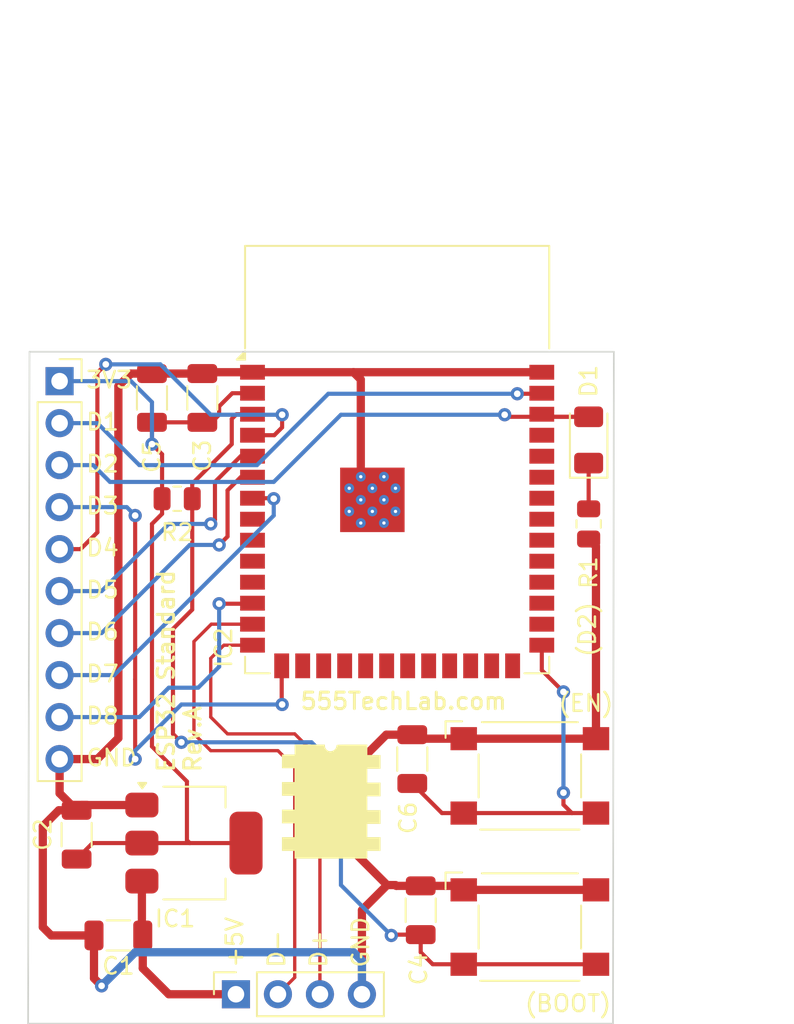
<source format=kicad_pcb>
(kicad_pcb (version 20240108) (generator "pcbnew") (generator_version "8.0")
  (layers (0 "F.Cu" signal) (31 "B.Cu" signal) (34 "B.Paste" user) (35 "F.Paste" user) (36 "B.SilkS" user "B.Silkscreen") (37 "F.SilkS" user "F.Silkscreen") (38 "B.Mask" user) (39 "F.Mask" user) (44 "Edge.Cuts" user))
  (net 0 "")
  (net 1 "+3V3")
  (net 2 "EN")
  (net 3 "USB_N")
  (net 4 "USB_P")
  (net 5 "GND")
  (net 6 "+5V")
  (net 7 "Net-(D1-K)")
  (net 14 "BOOT")
  (net 26 "D6")
  (net 35 "D2")
  (net 36 "D7")
  (net 37 "D5")
  (net 38 "D4")
  (net 39 "D1")
  (net 40 "D3")
  (net 41 "D8")
  (footprint "LOGO" (layer "F.Cu") (at 152.019 118.745)
    (property "Reference" "G***" (hide yes))
    (property "Value" "LOGO" (hide yes))
    (fp_poly (pts (xy -0.333334 -3.702558) (xy -0.309774 -3.605825) (xy -0.250044 -3.506181) (xy -0.247037 -3.502558) (xy -0.142002 -3.422711) (xy -0.017975 -3.394374) (xy 0.109783 -3.411864) (xy 0.226012 -3.469498) (xy 0.31545 -3.56159) (xy 0.362838 -3.682457) (xy 0.366666 -3.731142) (xy 0.36833 -3.751314) (xy 0.37817 -3.767103) (xy 0.403458 -3.779047) (xy 0.451465 -3.787682) (xy 0.529464 -3.793545) (xy 0.644727 -3.797171) (xy 0.804525 -3.799098) (xy 1.016131 -3.799863) (xy 1.286817 -3.8) (xy 1.3 -3.8) (xy 2.233333 -3.8) (xy 2.233333 -3.483334) (xy 2.233333 -3.166667) (xy 2.633333 -3.166667) (xy 3.033333 -3.166667) (xy 3.033333 -2.75) (xy 3.033333 -2.333334) (xy 2.633333 -2.333334) (xy 2.233333 -2.333334) (xy 2.233333 -1.916667) (xy 2.233333 -1.5) (xy 2.633333 -1.5) (xy 3.033333 -1.5) (xy 3.033333 -1.083334) (xy 3.033333 -0.666667) (xy 2.633333 -0.666667) (xy 2.233333 -0.666667) (xy 2.233333 -0.25) (xy 2.233333 0.166666) (xy 2.633333 0.166666) (xy 3.033333 0.166666) (xy 3.033333 0.583333) (xy 3.033333 1) (xy 2.633333 1) (xy 2.233333 1) (xy 2.233333 1.4) (xy 2.233333 1.8) (xy 2.633333 1.8) (xy 3.033333 1.8) (xy 3.033333 2.216666) (xy 3.033333 2.633333) (xy 2.633333 2.633333) (xy 2.233333 2.633333) (xy 2.233333 2.866666) (xy 2.233333 3.1) (xy 0.033333 3.1) (xy -2.166667 3.1) (xy -2.166667 2.866666) (xy -2.166667 2.633333) (xy -2.55 2.633333) (xy -2.933334 2.633333) (xy -2.933334 2.216666) (xy -2.933334 1.8) (xy -2.55 1.8) (xy -2.166667 1.8) (xy -2.166667 1.383333) (xy -2.166667 0.966666) (xy -2.55 0.966666) (xy -2.933334 0.966666) (xy -2.933334 0.55) (xy -2.933334 0.133333) (xy -2.55 0.133333) (xy -2.166667 0.133333) (xy -2.166667 -0.283334) (xy -2.166667 -0.7) (xy -2.55 -0.7) (xy -2.933334 -0.7) (xy -2.933334 -1.116667) (xy -2.933334 -1.533334) (xy -2.55 -1.533334) (xy -2.166667 -1.533334) (xy -2.166667 -1.95) (xy -2.166667 -2.366667) (xy -2.55 -2.366667) (xy -2.933334 -2.366667) (xy -2.933334 -2.783334) (xy -2.933334 -3.2) (xy -2.55 -3.2) (xy -2.166667 -3.2) (xy -2.166667 -3.5) (xy -2.166667 -3.8) (xy -1.25 -3.8) (xy -0.333334 -3.8)) (fill solid) (layer "F.SilkS"))
  )
  (footprint "Package_TO_SOT_SMD:SOT-223-3_TabPin2" (layer "F.Cu") (at 143.764 120.904)
    (property "Reference" "IC1" (at -1.143 4.572 0) (layer "F.SilkS"))
    (property "Value" "AMS1117-3.3" (hide yes))
    (fp_line (start -1.85 -3.41) (end 1.91 -3.41) (stroke (width 0.12)) (layer "F.SilkS"))
    (fp_line (start -1.85 3.41) (end 1.91 3.41) (stroke (width 0.12)) (layer "F.SilkS"))
    (fp_line (start 1.91 -3.41) (end 1.91 -2.15) (stroke (width 0.12)) (layer "F.SilkS"))
    (fp_line (start 1.91 3.41) (end 1.91 2.15) (stroke (width 0.12)) (layer "F.SilkS"))
    (fp_poly (pts (xy -3.13 -3.31) (xy -3.37 -3.64) (xy -2.89 -3.64) (xy -3.13 -3.31)) (stroke (width 0.12)) (fill solid) (layer "F.SilkS"))
    (pad "1" smd roundrect (at -3.15 -2.3) (size 2 1.5) (layers "F.Cu" "F.Paste" "F.Mask") (net 5 "GND"))
    (pad "2" smd roundrect (at -3.15 0) (size 2 1.5) (layers "F.Cu" "F.Paste" "F.Mask") (net 1 "+3V3"))
    (pad "2" smd roundrect (at 3.15 0) (size 2 3.8) (layers "F.Cu" "F.Paste" "F.Mask") (net 1 "+3V3"))
    (pad "3" smd roundrect (at -3.15 2.3) (size 2 1.5) (layers "F.Cu" "F.Paste" "F.Mask") (net 6 "+5V"))
  )
  (footprint "Capacitor_SMD:C_1206_3216Metric" (layer "F.Cu") (at 157.48 124.968 90)
    (property "Reference" "C4" (at -3.556 -0.127 90) (layer "F.SilkS"))
    (property "Value" "0.1uF" (hide yes))
    (fp_line (start -0.711252 -0.91) (end 0.711252 -0.91) (stroke (width 0.12)) (layer "F.SilkS"))
    (fp_line (start -0.711252 0.91) (end 0.711252 0.91) (stroke (width 0.12)) (layer "F.SilkS"))
    (pad "1" smd roundrect (at -1.475 0 90) (size 1.15 1.8) (layers "F.Cu" "F.Paste" "F.Mask") (roundrect_rratio 0.217391) (net 2 "EN"))
    (pad "2" smd roundrect (at 1.475 0 90) (size 1.15 1.8) (layers "F.Cu" "F.Paste" "F.Mask") (roundrect_rratio 0.217391) (net 5 "GND"))
  )
  (footprint "Connector_PinSocket_2.54mm:PinSocket_1x04_P2.54mm_Vertical" (layer "F.Cu") (at 146.304 130.048 90)
    (property "Reference" "J3" (hide yes))
    (property "Value" "Conn_01x04_Socket" (hide yes))
    (fp_line (start 1.33 -1.33) (end 1.33 0) (stroke (width 0.12)) (layer "F.SilkS"))
    (fp_line (start 0 -1.33) (end 1.33 -1.33) (stroke (width 0.12)) (layer "F.SilkS"))
    (fp_line (start 1.33 1.27) (end 1.33 8.95) (stroke (width 0.12)) (layer "F.SilkS"))
    (fp_line (start -1.33 1.27) (end 1.33 1.27) (stroke (width 0.12)) (layer "F.SilkS"))
    (fp_line (start -1.33 1.27) (end -1.33 8.95) (stroke (width 0.12)) (layer "F.SilkS"))
    (fp_line (start -1.33 8.95) (end 1.33 8.95) (stroke (width 0.12)) (layer "F.SilkS"))
    (pad "1" thru_hole rect (at 0 0 90) (size 1.7 1.7) (drill 1) (layers "*.Cu" "*.Mask" "In1.Cu" "In2.Cu" "In3.Cu" "In4.Cu" "In5.Cu" "In6.Cu" "In7.Cu" "In8.Cu" "In9.Cu" "In10.Cu" "In11.Cu" "In12.Cu" "In13.Cu" "In14.Cu" "In15.Cu" "In16.Cu" "In17.Cu" "In18.Cu" "In19.Cu" "In20.Cu" "In21.Cu" "In22.Cu" "In23.Cu" "In24.Cu" "In25.Cu" "In26.Cu" "In27.Cu" "In28.Cu" "In29.Cu" "In30.Cu") (net 6 "+5V"))
    (pad "2" thru_hole oval (at 0 2.54 90) (size 1.7 1.7) (drill 1) (layers "*.Cu" "*.Mask" "In1.Cu" "In2.Cu" "In3.Cu" "In4.Cu" "In5.Cu" "In6.Cu" "In7.Cu" "In8.Cu" "In9.Cu" "In10.Cu" "In11.Cu" "In12.Cu" "In13.Cu" "In14.Cu" "In15.Cu" "In16.Cu" "In17.Cu" "In18.Cu" "In19.Cu" "In20.Cu" "In21.Cu" "In22.Cu" "In23.Cu" "In24.Cu" "In25.Cu" "In26.Cu" "In27.Cu" "In28.Cu" "In29.Cu" "In30.Cu") (net 3 "USB_N"))
    (pad "3" thru_hole oval (at 0 5.08 90) (size 1.7 1.7) (drill 1) (layers "*.Cu" "*.Mask" "In1.Cu" "In2.Cu" "In3.Cu" "In4.Cu" "In5.Cu" "In6.Cu" "In7.Cu" "In8.Cu" "In9.Cu" "In10.Cu" "In11.Cu" "In12.Cu" "In13.Cu" "In14.Cu" "In15.Cu" "In16.Cu" "In17.Cu" "In18.Cu" "In19.Cu" "In20.Cu" "In21.Cu" "In22.Cu" "In23.Cu" "In24.Cu" "In25.Cu" "In26.Cu" "In27.Cu" "In28.Cu" "In29.Cu" "In30.Cu") (net 4 "USB_P"))
    (pad "4" thru_hole oval (at 0 7.62 90) (size 1.7 1.7) (drill 1) (layers "*.Cu" "*.Mask" "In1.Cu" "In2.Cu" "In3.Cu" "In4.Cu" "In5.Cu" "In6.Cu" "In7.Cu" "In8.Cu" "In9.Cu" "In10.Cu" "In11.Cu" "In12.Cu" "In13.Cu" "In14.Cu" "In15.Cu" "In16.Cu" "In17.Cu" "In18.Cu" "In19.Cu" "In20.Cu" "In21.Cu" "In22.Cu" "In23.Cu" "In24.Cu" "In25.Cu" "In26.Cu" "In27.Cu" "In28.Cu" "In29.Cu" "In30.Cu") (net 5 "GND"))
  )
  (footprint "Capacitor_SMD:C_1206_3216Metric" (layer "F.Cu") (at 139.192 126.492 180)
    (property "Reference" "C1" (at 0 -1.85 0) (layer "F.SilkS"))
    (property "Value" "0.1uF" (hide yes))
    (fp_line (start -0.711252 0.91) (end 0.711252 0.91) (stroke (width 0.12)) (layer "F.SilkS"))
    (fp_line (start -0.711252 -0.91) (end 0.711252 -0.91) (stroke (width 0.12)) (layer "F.SilkS"))
    (pad "1" smd roundrect (at -1.475 0 180) (size 1.15 1.8) (layers "F.Cu" "F.Paste" "F.Mask") (roundrect_rratio 0.217391) (net 6 "+5V"))
    (pad "2" smd roundrect (at 1.475 0 180) (size 1.15 1.8) (layers "F.Cu" "F.Paste" "F.Mask") (roundrect_rratio 0.217391) (net 5 "GND"))
  )
  (footprint "Capacitor_SMD:C_1206_3216Metric" (layer "F.Cu") (at 141.224 93.98 90)
    (property "Reference" "C5" (at -3.556 0 90) (layer "F.SilkS"))
    (property "Value" "0.1uF" (hide yes))
    (fp_line (start -0.711252 -0.91) (end 0.711252 -0.91) (stroke (width 0.12)) (layer "F.SilkS"))
    (fp_line (start -0.711252 0.91) (end 0.711252 0.91) (stroke (width 0.12)) (layer "F.SilkS"))
    (pad "1" smd roundrect (at -1.475 0 90) (size 1.15 1.8) (layers "F.Cu" "F.Paste" "F.Mask") (roundrect_rratio 0.217391) (net 1 "+3V3"))
    (pad "2" smd roundrect (at 1.475 0 90) (size 1.15 1.8) (layers "F.Cu" "F.Paste" "F.Mask") (roundrect_rratio 0.217391) (net 5 "GND"))
  )
  (footprint "Capacitor_SMD:C_1206_3216Metric" (layer "F.Cu") (at 136.666 120.396 90)
    (property "Reference" "C2" (at 0 -2.046 90) (layer "F.SilkS"))
    (property "Value" "0.1uF" (hide yes))
    (fp_line (start -0.711252 -0.91) (end 0.711252 -0.91) (stroke (width 0.12)) (layer "F.SilkS"))
    (fp_line (start -0.711252 0.91) (end 0.711252 0.91) (stroke (width 0.12)) (layer "F.SilkS"))
    (pad "1" smd roundrect (at -1.475 0 90) (size 1.15 1.8) (layers "F.Cu" "F.Paste" "F.Mask") (roundrect_rratio 0.217391) (net 1 "+3V3"))
    (pad "2" smd roundrect (at 1.475 0 90) (size 1.15 1.8) (layers "F.Cu" "F.Paste" "F.Mask") (roundrect_rratio 0.217391) (net 5 "GND"))
  )
  (footprint "Resistor_SMD:R_0805_2012Metric" (layer "F.Cu") (at 142.748 100.076)
    (property "Reference" "R2" (at 0 2.032 0) (layer "F.SilkS"))
    (property "Value" "R_Small" (hide yes))
    (fp_line (start -0.227064 -0.735) (end 0.227064 -0.735) (stroke (width 0.12)) (layer "F.SilkS"))
    (fp_line (start -0.227064 0.735) (end 0.227064 0.735) (stroke (width 0.12)) (layer "F.SilkS"))
    (pad "1" smd roundrect (at -0.9125 0) (size 1.025 1.4) (layers "F.Cu" "F.Paste" "F.Mask") (roundrect_rratio 0.243902) (net 1 "+3V3"))
    (pad "2" smd roundrect (at 0.9125 0) (size 1.025 1.4) (layers "F.Cu" "F.Paste" "F.Mask") (roundrect_rratio 0.243902) (net 2 "EN"))
  )
  (footprint "Connector_PinSocket_2.54mm:PinSocket_1x10_P2.54mm_Vertical" (layer "F.Cu") (at 135.636 92.964)
    (property "Reference" "J1" (hide yes))
    (property "Value" "Conn_01x10_Pin" (hide yes))
    (fp_line (start -1.33 1.27) (end -1.33 24.19) (stroke (width 0.12)) (layer "F.SilkS"))
    (fp_line (start -1.33 1.27) (end 1.33 1.27) (stroke (width 0.12)) (layer "F.SilkS"))
    (fp_line (start -1.33 24.19) (end 1.33 24.19) (stroke (width 0.12)) (layer "F.SilkS"))
    (fp_line (start 0 -1.33) (end 1.33 -1.33) (stroke (width 0.12)) (layer "F.SilkS"))
    (fp_line (start 1.33 -1.33) (end 1.33 0) (stroke (width 0.12)) (layer "F.SilkS"))
    (fp_line (start 1.33 1.27) (end 1.33 24.19) (stroke (width 0.12)) (layer "F.SilkS"))
    (pad "1" thru_hole rect (at 0 0) (size 1.7 1.7) (drill 1) (layers "*.Cu" "*.Mask" "In1.Cu" "In2.Cu" "In3.Cu" "In4.Cu" "In5.Cu" "In6.Cu" "In7.Cu" "In8.Cu" "In9.Cu" "In10.Cu" "In11.Cu" "In12.Cu" "In13.Cu" "In14.Cu" "In15.Cu" "In16.Cu" "In17.Cu" "In18.Cu" "In19.Cu" "In20.Cu" "In21.Cu" "In22.Cu" "In23.Cu" "In24.Cu" "In25.Cu" "In26.Cu" "In27.Cu" "In28.Cu" "In29.Cu" "In30.Cu") (net 1 "+3V3"))
    (pad "2" thru_hole oval (at 0 2.54) (size 1.7 1.7) (drill 1) (layers "*.Cu" "*.Mask" "In1.Cu" "In2.Cu" "In3.Cu" "In4.Cu" "In5.Cu" "In6.Cu" "In7.Cu" "In8.Cu" "In9.Cu" "In10.Cu" "In11.Cu" "In12.Cu" "In13.Cu" "In14.Cu" "In15.Cu" "In16.Cu" "In17.Cu" "In18.Cu" "In19.Cu" "In20.Cu" "In21.Cu" "In22.Cu" "In23.Cu" "In24.Cu" "In25.Cu" "In26.Cu" "In27.Cu" "In28.Cu" "In29.Cu" "In30.Cu") (net 39 "D1"))
    (pad "3" thru_hole oval (at 0 5.08) (size 1.7 1.7) (drill 1) (layers "*.Cu" "*.Mask" "In1.Cu" "In2.Cu" "In3.Cu" "In4.Cu" "In5.Cu" "In6.Cu" "In7.Cu" "In8.Cu" "In9.Cu" "In10.Cu" "In11.Cu" "In12.Cu" "In13.Cu" "In14.Cu" "In15.Cu" "In16.Cu" "In17.Cu" "In18.Cu" "In19.Cu" "In20.Cu" "In21.Cu" "In22.Cu" "In23.Cu" "In24.Cu" "In25.Cu" "In26.Cu" "In27.Cu" "In28.Cu" "In29.Cu" "In30.Cu") (net 35 "D2"))
    (pad "4" thru_hole oval (at 0 7.62) (size 1.7 1.7) (drill 1) (layers "*.Cu" "*.Mask" "In1.Cu" "In2.Cu" "In3.Cu" "In4.Cu" "In5.Cu" "In6.Cu" "In7.Cu" "In8.Cu" "In9.Cu" "In10.Cu" "In11.Cu" "In12.Cu" "In13.Cu" "In14.Cu" "In15.Cu" "In16.Cu" "In17.Cu" "In18.Cu" "In19.Cu" "In20.Cu" "In21.Cu" "In22.Cu" "In23.Cu" "In24.Cu" "In25.Cu" "In26.Cu" "In27.Cu" "In28.Cu" "In29.Cu" "In30.Cu") (net 40 "D3"))
    (pad "5" thru_hole oval (at 0 10.16) (size 1.7 1.7) (drill 1) (layers "*.Cu" "*.Mask" "In1.Cu" "In2.Cu" "In3.Cu" "In4.Cu" "In5.Cu" "In6.Cu" "In7.Cu" "In8.Cu" "In9.Cu" "In10.Cu" "In11.Cu" "In12.Cu" "In13.Cu" "In14.Cu" "In15.Cu" "In16.Cu" "In17.Cu" "In18.Cu" "In19.Cu" "In20.Cu" "In21.Cu" "In22.Cu" "In23.Cu" "In24.Cu" "In25.Cu" "In26.Cu" "In27.Cu" "In28.Cu" "In29.Cu" "In30.Cu") (net 38 "D4"))
    (pad "6" thru_hole oval (at 0 12.7) (size 1.7 1.7) (drill 1) (layers "*.Cu" "*.Mask" "In1.Cu" "In2.Cu" "In3.Cu" "In4.Cu" "In5.Cu" "In6.Cu" "In7.Cu" "In8.Cu" "In9.Cu" "In10.Cu" "In11.Cu" "In12.Cu" "In13.Cu" "In14.Cu" "In15.Cu" "In16.Cu" "In17.Cu" "In18.Cu" "In19.Cu" "In20.Cu" "In21.Cu" "In22.Cu" "In23.Cu" "In24.Cu" "In25.Cu" "In26.Cu" "In27.Cu" "In28.Cu" "In29.Cu" "In30.Cu") (net 37 "D5"))
    (pad "7" thru_hole oval (at 0 15.24) (size 1.7 1.7) (drill 1) (layers "*.Cu" "*.Mask" "In1.Cu" "In2.Cu" "In3.Cu" "In4.Cu" "In5.Cu" "In6.Cu" "In7.Cu" "In8.Cu" "In9.Cu" "In10.Cu" "In11.Cu" "In12.Cu" "In13.Cu" "In14.Cu" "In15.Cu" "In16.Cu" "In17.Cu" "In18.Cu" "In19.Cu" "In20.Cu" "In21.Cu" "In22.Cu" "In23.Cu" "In24.Cu" "In25.Cu" "In26.Cu" "In27.Cu" "In28.Cu" "In29.Cu" "In30.Cu") (net 26 "D6"))
    (pad "8" thru_hole oval (at 0 17.78) (size 1.7 1.7) (drill 1) (layers "*.Cu" "*.Mask" "In1.Cu" "In2.Cu" "In3.Cu" "In4.Cu" "In5.Cu" "In6.Cu" "In7.Cu" "In8.Cu" "In9.Cu" "In10.Cu" "In11.Cu" "In12.Cu" "In13.Cu" "In14.Cu" "In15.Cu" "In16.Cu" "In17.Cu" "In18.Cu" "In19.Cu" "In20.Cu" "In21.Cu" "In22.Cu" "In23.Cu" "In24.Cu" "In25.Cu" "In26.Cu" "In27.Cu" "In28.Cu" "In29.Cu" "In30.Cu") (net 36 "D7"))
    (pad "9" thru_hole oval (at 0 20.32) (size 1.7 1.7) (drill 1) (layers "*.Cu" "*.Mask" "In1.Cu" "In2.Cu" "In3.Cu" "In4.Cu" "In5.Cu" "In6.Cu" "In7.Cu" "In8.Cu" "In9.Cu" "In10.Cu" "In11.Cu" "In12.Cu" "In13.Cu" "In14.Cu" "In15.Cu" "In16.Cu" "In17.Cu" "In18.Cu" "In19.Cu" "In20.Cu" "In21.Cu" "In22.Cu" "In23.Cu" "In24.Cu" "In25.Cu" "In26.Cu" "In27.Cu" "In28.Cu" "In29.Cu" "In30.Cu") (net 41 "D8"))
    (pad "10" thru_hole oval (at 0 22.86) (size 1.7 1.7) (drill 1) (layers "*.Cu" "*.Mask" "In1.Cu" "In2.Cu" "In3.Cu" "In4.Cu" "In5.Cu" "In6.Cu" "In7.Cu" "In8.Cu" "In9.Cu" "In10.Cu" "In11.Cu" "In12.Cu" "In13.Cu" "In14.Cu" "In15.Cu" "In16.Cu" "In17.Cu" "In18.Cu" "In19.Cu" "In20.Cu" "In21.Cu" "In22.Cu" "In23.Cu" "In24.Cu" "In25.Cu" "In26.Cu" "In27.Cu" "In28.Cu" "In29.Cu" "In30.Cu") (net 5 "GND"))
  )
  (footprint "Button_Switch_SMD:SW_SPST_Omron_B3FS-105xP" (layer "F.Cu") (at 164.084 125.984)
    (property "Reference" "SW1" (hide yes))
    (property "Value" "SW_Push" (hide yes))
    (fp_line (start -5.1 -3.3) (end -4.1 -3.3) (stroke (width 0.12)) (layer "F.SilkS"))
    (fp_line (start -5.1 -2.3) (end -5.1 -3.3) (stroke (width 0.12)) (layer "F.SilkS"))
    (fp_line (start -3.1 -1.3) (end -3.1 1.3) (stroke (width 0.12)) (layer "F.SilkS"))
    (fp_line (start 2.9 -3.25) (end -2.9 -3.25) (stroke (width 0.12)) (layer "F.SilkS"))
    (fp_line (start 3 3.25) (end -3 3.25) (stroke (width 0.12)) (layer "F.SilkS"))
    (fp_line (start 3.1 -1.3) (end 3.1 1.3) (stroke (width 0.12)) (layer "F.SilkS"))
    (pad "1" smd rect (at -4 -2.25 180) (size 1.6 1.4) (layers "F.Cu" "F.Paste" "F.Mask") (net 5 "GND"))
    (pad "1" smd rect (at 4 -2.25 180) (size 1.6 1.4) (layers "F.Cu" "F.Paste" "F.Mask") (net 5 "GND"))
    (pad "2" smd rect (at -4 2.25 180) (size 1.6 1.4) (layers "F.Cu" "F.Paste" "F.Mask") (net 2 "EN"))
    (pad "2" smd rect (at 4 2.25 180) (size 1.6 1.4) (layers "F.Cu" "F.Paste" "F.Mask") (net 2 "EN"))
  )
  (footprint "Resistor_SMD:R_0805_2012Metric" (layer "F.Cu") (at 167.64 101.6 -90)
    (property "Reference" "R1" (at 2.9445 0 90) (layer "F.SilkS"))
    (property "Value" "R_Small" (hide yes))
    (fp_line (start -0.227064 0.735) (end 0.227064 0.735) (stroke (width 0.12)) (layer "F.SilkS"))
    (fp_line (start -0.227064 -0.735) (end 0.227064 -0.735) (stroke (width 0.12)) (layer "F.SilkS"))
    (pad "1" smd roundrect (at -0.9125 0 270) (size 1.025 1.4) (layers "F.Cu" "F.Paste" "F.Mask") (roundrect_rratio 0.243902) (net 7 "Net-(D1-K)"))
    (pad "2" smd roundrect (at 0.9125 0 270) (size 1.025 1.4) (layers "F.Cu" "F.Paste" "F.Mask") (roundrect_rratio 0.243902) (net 5 "GND"))
  )
  (footprint "RF_Module:ESP32-S3-WROOM-1" (layer "F.Cu") (at 156.056 97.684)
    (property "Reference" "IC2" (at -10.5 11.4 90) (layer "F.SilkS"))
    (property "Value" "ESP32-S3-WROOM-1" (hide yes))
    (fp_line (start -9.2 -12.9) (end -9.2 -6.7) (stroke (width 0.12)) (layer "F.SilkS"))
    (fp_line (start -9.2 -12.9) (end 9.2 -12.9) (stroke (width 0.12)) (layer "F.SilkS"))
    (fp_line (start -9.2 11.95) (end -9.2 12.95) (stroke (width 0.12)) (layer "F.SilkS"))
    (fp_line (start -9.2 12.95) (end -7.7 12.95) (stroke (width 0.12)) (layer "F.SilkS"))
    (fp_line (start 9.2 -12.9) (end 9.2 -6.7) (stroke (width 0.12)) (layer "F.SilkS"))
    (fp_line (start 9.2 12.95) (end 7.7 12.95) (stroke (width 0.12)) (layer "F.SilkS"))
    (fp_line (start 9.2 12.95) (end 9.2 11.95) (stroke (width 0.12)) (layer "F.SilkS"))
    (fp_poly (pts (xy -9.2 -6.025) (xy -9.7 -6.025) (xy -9.2 -6.525) (xy -9.2 -6.025)) (stroke (width 0.12)) (fill solid) (layer "F.SilkS"))
    (pad "1" smd rect (at -8.75 -5.26) (size 1.5 0.9) (layers "F.Cu" "F.Paste" "F.Mask") (net 5 "GND"))
    (pad "2" smd rect (at -8.75 -3.99) (size 1.5 0.9) (layers "F.Cu" "F.Paste" "F.Mask") (net 1 "+3V3"))
    (pad "3" smd rect (at -8.75 -2.72) (size 1.5 0.9) (layers "F.Cu" "F.Paste" "F.Mask") (net 2 "EN"))
    (pad "4" smd rect (at -8.75 -1.45) (size 1.5 0.9) (layers "F.Cu" "F.Paste" "F.Mask") (net 38 "D4"))
    (pad "5" smd rect (at -8.75 -0.18) (size 1.5 0.9) (layers "F.Cu" "F.Paste" "F.Mask") (net 37 "D5"))
    (pad "6" smd rect (at -8.75 1.09) (size 1.5 0.9) (layers "F.Cu" "F.Paste" "F.Mask") (net 26 "D6"))
    (pad "7" smd rect (at -8.75 2.36) (size 1.5 0.9) (layers "F.Cu" "F.Paste" "F.Mask") (net 36 "D7"))
    (pad "8" smd rect (at -8.75 3.63) (size 1.5 0.9) (layers "F.Cu" "F.Paste" "F.Mask"))
    (pad "9" smd rect (at -8.75 4.9) (size 1.5 0.9) (layers "F.Cu" "F.Paste" "F.Mask"))
    (pad "10" smd rect (at -8.75 6.17) (size 1.5 0.9) (layers "F.Cu" "F.Paste" "F.Mask"))
    (pad "11" smd rect (at -8.75 7.44) (size 1.5 0.9) (layers "F.Cu" "F.Paste" "F.Mask"))
    (pad "12" smd rect (at -8.75 8.71) (size 1.5 0.9) (layers "F.Cu" "F.Paste" "F.Mask") (net 41 "D8"))
    (pad "13" smd rect (at -8.75 9.98) (size 1.5 0.9) (layers "F.Cu" "F.Paste" "F.Mask") (net 3 "USB_N"))
    (pad "14" smd rect (at -8.75 11.25 180) (size 1.5 0.9) (layers "F.Cu" "F.Paste" "F.Mask") (net 4 "USB_P"))
    (pad "15" smd rect (at -6.985 12.5 270) (size 1.5 0.9) (layers "F.Cu" "F.Paste" "F.Mask") (net 40 "D3"))
    (pad "16" smd rect (at -5.715 12.5 270) (size 1.5 0.9) (layers "F.Cu" "F.Paste" "F.Mask"))
    (pad "17" smd rect (at -4.445 12.5 270) (size 1.5 0.9) (layers "F.Cu" "F.Paste" "F.Mask"))
    (pad "18" smd rect (at -3.175 12.5 270) (size 1.5 0.9) (layers "F.Cu" "F.Paste" "F.Mask"))
    (pad "19" smd rect (at -1.905 12.5 270) (size 1.5 0.9) (layers "F.Cu" "F.Paste" "F.Mask"))
    (pad "20" smd rect (at -0.635 12.5 270) (size 1.5 0.9) (layers "F.Cu" "F.Paste" "F.Mask"))
    (pad "21" smd rect (at 0.635 12.5 270) (size 1.5 0.9) (layers "F.Cu" "F.Paste" "F.Mask"))
    (pad "22" smd rect (at 1.905 12.5 270) (size 1.5 0.9) (layers "F.Cu" "F.Paste" "F.Mask"))
    (pad "23" smd rect (at 3.175 12.5 270) (size 1.5 0.9) (layers "F.Cu" "F.Paste" "F.Mask"))
    (pad "24" smd rect (at 4.445 12.5 270) (size 1.5 0.9) (layers "F.Cu" "F.Paste" "F.Mask"))
    (pad "25" smd rect (at 5.715 12.5 270) (size 1.5 0.9) (layers "F.Cu" "F.Paste" "F.Mask"))
    (pad "26" smd rect (at 6.985 12.5 270) (size 1.5 0.9) (layers "F.Cu" "F.Paste" "F.Mask"))
    (pad "27" smd rect (at 8.75 11.25) (size 1.5 0.9) (layers "F.Cu" "F.Paste" "F.Mask") (net 14 "BOOT"))
    (pad "28" smd rect (at 8.75 9.98) (size 1.5 0.9) (layers "F.Cu" "F.Paste" "F.Mask"))
    (pad "29" smd rect (at 8.75 8.71) (size 1.5 0.9) (layers "F.Cu" "F.Paste" "F.Mask"))
    (pad "30" smd rect (at 8.75 7.44) (size 1.5 0.9) (layers "F.Cu" "F.Paste" "F.Mask"))
    (pad "31" smd rect (at 8.75 6.17) (size 1.5 0.9) (layers "F.Cu" "F.Paste" "F.Mask"))
    (pad "32" smd rect (at 8.75 4.9) (size 1.5 0.9) (layers "F.Cu" "F.Paste" "F.Mask"))
    (pad "33" smd rect (at 8.75 3.63) (size 1.5 0.9) (layers "F.Cu" "F.Paste" "F.Mask"))
    (pad "34" smd rect (at 8.75 2.36) (size 1.5 0.9) (layers "F.Cu" "F.Paste" "F.Mask"))
    (pad "35" smd rect (at 8.75 1.09) (size 1.5 0.9) (layers "F.Cu" "F.Paste" "F.Mask"))
    (pad "36" smd rect (at 8.75 -0.18) (size 1.5 0.9) (layers "F.Cu" "F.Paste" "F.Mask"))
    (pad "37" smd rect (at 8.75 -1.45) (size 1.5 0.9) (layers "F.Cu" "F.Paste" "F.Mask"))
    (pad "38" smd rect (at 8.75 -2.72) (size 1.5 0.9) (layers "F.Cu" "F.Paste" "F.Mask") (net 35 "D2"))
    (pad "39" smd rect (at 8.75 -3.99) (size 1.5 0.9) (layers "F.Cu" "F.Paste" "F.Mask") (net 39 "D1"))
    (pad "40" smd rect (at 8.75 -5.26) (size 1.5 0.9) (layers "F.Cu" "F.Paste" "F.Mask") (net 5 "GND"))
    (pad "41" thru_hole circle (at -2.9 1.76 90) (size 0.6 0.6) (drill 0.2) (property pad_prop_heatsink) (layers "*.Cu" "In1.Cu" "In2.Cu" "In3.Cu" "In4.Cu" "In5.Cu" "In6.Cu" "In7.Cu" "In8.Cu" "In9.Cu" "In10.Cu" "In11.Cu" "In12.Cu" "In13.Cu" "In14.Cu" "In15.Cu" "In16.Cu" "In17.Cu" "In18.Cu" "In19.Cu" "In20.Cu" "In21.Cu" "In22.Cu" "In23.Cu" "In24.Cu" "In25.Cu" "In26.Cu" "In27.Cu" "In28.Cu" "In29.Cu" "In30.Cu" "F.Mask") (net 5 "GND"))
    (pad "41" thru_hole circle (at -2.9 3.16) (size 0.6 0.6) (drill 0.2) (property pad_prop_heatsink) (layers "*.Cu" "In1.Cu" "In2.Cu" "In3.Cu" "In4.Cu" "In5.Cu" "In6.Cu" "In7.Cu" "In8.Cu" "In9.Cu" "In10.Cu" "In11.Cu" "In12.Cu" "In13.Cu" "In14.Cu" "In15.Cu" "In16.Cu" "In17.Cu" "In18.Cu" "In19.Cu" "In20.Cu" "In21.Cu" "In22.Cu" "In23.Cu" "In24.Cu" "In25.Cu" "In26.Cu" "In27.Cu" "In28.Cu" "In29.Cu" "In30.Cu" "F.Mask") (net 5 "GND"))
    (pad "41" thru_hole circle (at -2.2 1.06) (size 0.6 0.6) (drill 0.2) (property pad_prop_heatsink) (layers "*.Cu" "In1.Cu" "In2.Cu" "In3.Cu" "In4.Cu" "In5.Cu" "In6.Cu" "In7.Cu" "In8.Cu" "In9.Cu" "In10.Cu" "In11.Cu" "In12.Cu" "In13.Cu" "In14.Cu" "In15.Cu" "In16.Cu" "In17.Cu" "In18.Cu" "In19.Cu" "In20.Cu" "In21.Cu" "In22.Cu" "In23.Cu" "In24.Cu" "In25.Cu" "In26.Cu" "In27.Cu" "In28.Cu" "In29.Cu" "In30.Cu" "F.Mask") (net 5 "GND"))
    (pad "41" thru_hole circle (at -2.2 2.46) (size 0.6 0.6) (drill 0.2) (property pad_prop_heatsink) (layers "*.Cu" "In1.Cu" "In2.Cu" "In3.Cu" "In4.Cu" "In5.Cu" "In6.Cu" "In7.Cu" "In8.Cu" "In9.Cu" "In10.Cu" "In11.Cu" "In12.Cu" "In13.Cu" "In14.Cu" "In15.Cu" "In16.Cu" "In17.Cu" "In18.Cu" "In19.Cu" "In20.Cu" "In21.Cu" "In22.Cu" "In23.Cu" "In24.Cu" "In25.Cu" "In26.Cu" "In27.Cu" "In28.Cu" "In29.Cu" "In30.Cu" "F.Mask") (net 5 "GND"))
    (pad "41" thru_hole circle (at -2.2 3.86) (size 0.6 0.6) (drill 0.2) (property pad_prop_heatsink) (layers "*.Cu" "In1.Cu" "In2.Cu" "In3.Cu" "In4.Cu" "In5.Cu" "In6.Cu" "In7.Cu" "In8.Cu" "In9.Cu" "In10.Cu" "In11.Cu" "In12.Cu" "In13.Cu" "In14.Cu" "In15.Cu" "In16.Cu" "In17.Cu" "In18.Cu" "In19.Cu" "In20.Cu" "In21.Cu" "In22.Cu" "In23.Cu" "In24.Cu" "In25.Cu" "In26.Cu" "In27.Cu" "In28.Cu" "In29.Cu" "In30.Cu" "F.Mask") (net 5 "GND"))
    (pad "41" thru_hole circle (at -1.5 1.76) (size 0.6 0.6) (drill 0.2) (property pad_prop_heatsink) (layers "*.Cu" "In1.Cu" "In2.Cu" "In3.Cu" "In4.Cu" "In5.Cu" "In6.Cu" "In7.Cu" "In8.Cu" "In9.Cu" "In10.Cu" "In11.Cu" "In12.Cu" "In13.Cu" "In14.Cu" "In15.Cu" "In16.Cu" "In17.Cu" "In18.Cu" "In19.Cu" "In20.Cu" "In21.Cu" "In22.Cu" "In23.Cu" "In24.Cu" "In25.Cu" "In26.Cu" "In27.Cu" "In28.Cu" "In29.Cu" "In30.Cu" "F.Mask") (net 5 "GND"))
    (pad "41" smd rect (at -1.5 2.46 270) (size 3.9 3.9) (layers "F.Cu" "F.Mask") (net 5 "GND"))
    (pad "41" thru_hole circle (at -1.5 3.16) (size 0.6 0.6) (drill 0.2) (property pad_prop_heatsink) (layers "*.Cu" "In1.Cu" "In2.Cu" "In3.Cu" "In4.Cu" "In5.Cu" "In6.Cu" "In7.Cu" "In8.Cu" "In9.Cu" "In10.Cu" "In11.Cu" "In12.Cu" "In13.Cu" "In14.Cu" "In15.Cu" "In16.Cu" "In17.Cu" "In18.Cu" "In19.Cu" "In20.Cu" "In21.Cu" "In22.Cu" "In23.Cu" "In24.Cu" "In25.Cu" "In26.Cu" "In27.Cu" "In28.Cu" "In29.Cu" "In30.Cu" "F.Mask") (net 5 "GND"))
    (pad "41" thru_hole circle (at -0.8 1.06) (size 0.6 0.6) (drill 0.2) (property pad_prop_heatsink) (layers "*.Cu" "In1.Cu" "In2.Cu" "In3.Cu" "In4.Cu" "In5.Cu" "In6.Cu" "In7.Cu" "In8.Cu" "In9.Cu" "In10.Cu" "In11.Cu" "In12.Cu" "In13.Cu" "In14.Cu" "In15.Cu" "In16.Cu" "In17.Cu" "In18.Cu" "In19.Cu" "In20.Cu" "In21.Cu" "In22.Cu" "In23.Cu" "In24.Cu" "In25.Cu" "In26.Cu" "In27.Cu" "In28.Cu" "In29.Cu" "In30.Cu" "F.Mask") (net 5 "GND"))
    (pad "41" thru_hole circle (at -0.8 2.46) (size 0.6 0.6) (drill 0.2) (property pad_prop_heatsink) (layers "*.Cu" "In1.Cu" "In2.Cu" "In3.Cu" "In4.Cu" "In5.Cu" "In6.Cu" "In7.Cu" "In8.Cu" "In9.Cu" "In10.Cu" "In11.Cu" "In12.Cu" "In13.Cu" "In14.Cu" "In15.Cu" "In16.Cu" "In17.Cu" "In18.Cu" "In19.Cu" "In20.Cu" "In21.Cu" "In22.Cu" "In23.Cu" "In24.Cu" "In25.Cu" "In26.Cu" "In27.Cu" "In28.Cu" "In29.Cu" "In30.Cu" "F.Mask") (net 5 "GND"))
    (pad "41" thru_hole circle (at -0.8 3.86) (size 0.6 0.6) (drill 0.2) (property pad_prop_heatsink) (layers "*.Cu" "In1.Cu" "In2.Cu" "In3.Cu" "In4.Cu" "In5.Cu" "In6.Cu" "In7.Cu" "In8.Cu" "In9.Cu" "In10.Cu" "In11.Cu" "In12.Cu" "In13.Cu" "In14.Cu" "In15.Cu" "In16.Cu" "In17.Cu" "In18.Cu" "In19.Cu" "In20.Cu" "In21.Cu" "In22.Cu" "In23.Cu" "In24.Cu" "In25.Cu" "In26.Cu" "In27.Cu" "In28.Cu" "In29.Cu" "In30.Cu" "F.Mask") (net 5 "GND"))
    (pad "41" thru_hole circle (at -0.1 1.76) (size 0.6 0.6) (drill 0.2) (property pad_prop_heatsink) (layers "*.Cu" "In1.Cu" "In2.Cu" "In3.Cu" "In4.Cu" "In5.Cu" "In6.Cu" "In7.Cu" "In8.Cu" "In9.Cu" "In10.Cu" "In11.Cu" "In12.Cu" "In13.Cu" "In14.Cu" "In15.Cu" "In16.Cu" "In17.Cu" "In18.Cu" "In19.Cu" "In20.Cu" "In21.Cu" "In22.Cu" "In23.Cu" "In24.Cu" "In25.Cu" "In26.Cu" "In27.Cu" "In28.Cu" "In29.Cu" "In30.Cu" "F.Mask") (net 5 "GND"))
    (pad "41" thru_hole circle (at -0.1 3.16) (size 0.6 0.6) (drill 0.2) (property pad_prop_heatsink) (layers "*.Cu" "In1.Cu" "In2.Cu" "In3.Cu" "In4.Cu" "In5.Cu" "In6.Cu" "In7.Cu" "In8.Cu" "In9.Cu" "In10.Cu" "In11.Cu" "In12.Cu" "In13.Cu" "In14.Cu" "In15.Cu" "In16.Cu" "In17.Cu" "In18.Cu" "In19.Cu" "In20.Cu" "In21.Cu" "In22.Cu" "In23.Cu" "In24.Cu" "In25.Cu" "In26.Cu" "In27.Cu" "In28.Cu" "In29.Cu" "In30.Cu" "F.Mask") (net 5 "GND"))
  )
  (footprint "Capacitor_SMD:C_1206_3216Metric" (layer "F.Cu") (at 156.972 115.824 90)
    (property "Reference" "C6" (at -3.556 -0.254 90) (layer "F.SilkS"))
    (property "Value" "0.1uF" (hide yes))
    (fp_line (start -0.711252 -0.91) (end 0.711252 -0.91) (stroke (width 0.12)) (layer "F.SilkS"))
    (fp_line (start -0.711252 0.91) (end 0.711252 0.91) (stroke (width 0.12)) (layer "F.SilkS"))
    (pad "1" smd roundrect (at -1.475 0 90) (size 1.15 1.8) (layers "F.Cu" "F.Paste" "F.Mask") (roundrect_rratio 0.217391) (net 14 "BOOT"))
    (pad "2" smd roundrect (at 1.475 0 90) (size 1.15 1.8) (layers "F.Cu" "F.Paste" "F.Mask") (roundrect_rratio 0.217391) (net 5 "GND"))
  )
  (footprint "LED_SMD:LED_1206_3216Metric" (layer "F.Cu") (at 167.64 96.52 90)
    (property "Reference" "D1" (at 3.556 0 90) (layer "F.SilkS"))
    (property "Value" "LED" (hide yes))
    (fp_line (start 1.6 -1.135) (end -2.285 -1.135) (stroke (width 0.12)) (layer "F.SilkS"))
    (fp_line (start -2.285 -1.135) (end -2.285 1.135) (stroke (width 0.12)) (layer "F.SilkS"))
    (fp_line (start -2.285 1.135) (end 1.6 1.135) (stroke (width 0.12)) (layer "F.SilkS"))
    (pad "1" smd roundrect (at -1.4 0 90) (size 1.25 1.75) (layers "F.Cu" "F.Paste" "F.Mask") (roundrect_rratio 0.2) (net 7 "Net-(D1-K)"))
    (pad "2" smd roundrect (at 1.4 0 90) (size 1.25 1.75) (layers "F.Cu" "F.Paste" "F.Mask") (roundrect_rratio 0.2) (net 35 "D2"))
  )
  (footprint "Button_Switch_SMD:SW_SPST_Omron_B3FS-105xP" (layer "F.Cu") (at 164.084 116.84)
    (property "Reference" "SW2" (hide yes))
    (property "Value" "SW_Push" (hide yes))
    (fp_line (start -5.1 -3.3) (end -4.1 -3.3) (stroke (width 0.12)) (layer "F.SilkS"))
    (fp_line (start -5.1 -2.3) (end -5.1 -3.3) (stroke (width 0.12)) (layer "F.SilkS"))
    (fp_line (start -3.1 -1.3) (end -3.1 1.3) (stroke (width 0.12)) (layer "F.SilkS"))
    (fp_line (start 2.9 -3.25) (end -2.9 -3.25) (stroke (width 0.12)) (layer "F.SilkS"))
    (fp_line (start 3 3.25) (end -3 3.25) (stroke (width 0.12)) (layer "F.SilkS"))
    (fp_line (start 3.1 -1.3) (end 3.1 1.3) (stroke (width 0.12)) (layer "F.SilkS"))
    (pad "1" smd rect (at -4 -2.25 180) (size 1.6 1.4) (layers "F.Cu" "F.Paste" "F.Mask") (net 5 "GND"))
    (pad "1" smd rect (at 4 -2.25 180) (size 1.6 1.4) (layers "F.Cu" "F.Paste" "F.Mask") (net 5 "GND"))
    (pad "2" smd rect (at -4 2.25 180) (size 1.6 1.4) (layers "F.Cu" "F.Paste" "F.Mask") (net 14 "BOOT"))
    (pad "2" smd rect (at 4 2.25 180) (size 1.6 1.4) (layers "F.Cu" "F.Paste" "F.Mask") (net 14 "BOOT"))
  )
  (footprint "Capacitor_SMD:C_1206_3216Metric" (layer "F.Cu") (at 144.272 93.98 90)
    (property "Reference" "C3" (at -3.5 0 90) (layer "F.SilkS"))
    (property "Value" "0.1uF" (hide yes))
    (fp_line (start -0.711252 -0.91) (end 0.711252 -0.91) (stroke (width 0.12)) (layer "F.SilkS"))
    (fp_line (start -0.711252 0.91) (end 0.711252 0.91) (stroke (width 0.12)) (layer "F.SilkS"))
    (pad "1" smd roundrect (at -1.475 0 90) (size 1.15 1.8) (layers "F.Cu" "F.Paste" "F.Mask") (roundrect_rratio 0.217391) (net 1 "+3V3"))
    (pad "2" smd roundrect (at 1.475 0 90) (size 1.15 1.8) (layers "F.Cu" "F.Paste" "F.Mask") (roundrect_rratio 0.217391) (net 5 "GND"))
  )
  (gr_line (start 133.816 91.184) (end 169.164 91.184) (stroke (width 0.1)) (layer "Edge.Cuts"))
  (gr_line (start 133.731 131.826) (end 169.1132 131.826) (stroke (width 0.1)) (layer "Edge.Cuts"))
  (gr_line (start 169.164 91.184) (end 169.1132 131.826) (stroke (width 0.1)) (layer "Edge.Cuts"))
  (gr_line (start 133.816 91.184) (end 133.731 131.826) (stroke (width 0.1)) (layer "Edge.Cuts"))
  (gr_text "D5" (at 137.16 106.172 0) (layer "F.SilkS") (effects (font (size 1 1)) (justify left bottom)))
  (gr_text "GND" (at 154.432 128.524 90) (layer "F.SilkS") (effects (font (size 1 1)) (justify left bottom)))
  (gr_text "D-" (at 149.352 128.524 90) (layer "F.SilkS") (effects (font (size 1 1)) (justify left bottom)))
  (gr_text "D3" (at 137.16 101.092 0) (layer "F.SilkS") (effects (font (size 1 1)) (justify left bottom)))
  (gr_text "555TechLab.com" (at 150.114 112.903 0) (layer "F.SilkS") (effects (font (size 1 1) (thickness 0.1778) (bold yes)) (justify left bottom)))
  (gr_text "D4" (at 137.16 103.632 0) (layer "F.SilkS") (effects (font (size 1 1)) (justify left bottom)))
  (gr_text "D1" (at 137.16 96.012 0) (layer "F.SilkS") (effects (font (size 1 1)) (justify left bottom)))
  (gr_text "D2" (at 137.16 98.552 0) (layer "F.SilkS") (effects (font (size 1 1)) (justify left bottom)))
  (gr_text "(EN)" (at 165.735 113.03 0) (layer "F.SilkS") (effects (font (size 1 1)) (justify left bottom)))
  (gr_text "D+" (at 151.892 128.524 90) (layer "F.SilkS") (effects (font (size 1 1)) (justify left bottom)))
  (gr_text "D8" (at 137.16 113.792 0) (layer "F.SilkS") (effects (font (size 1 1)) (justify left bottom)))
  (gr_text "D7" (at 137.16 111.252 0) (layer "F.SilkS") (effects (font (size 1 1)) (justify left bottom)))
  (gr_text "(D2)" (at 168.148 109.728 90) (layer "F.SilkS") (effects (font (size 1 1)) (justify left bottom)))
  (gr_text "3V3" (at 137.16 93.472 0) (layer "F.SilkS") (effects (font (size 1 1)) (justify left bottom)))
  (gr_text "D6" (at 137.16 108.712 0) (layer "F.SilkS") (effects (font (size 1 1)) (justify left bottom)))
  (gr_text "ESP32 Standard\nRev.A" (at 144.272 116.713 90) (layer "F.SilkS") (effects (font (size 1 1) (thickness 0.1778) (bold yes)) (justify left bottom)))
  (gr_text "(BOOT)" (at 163.703 131.191 0) (layer "F.SilkS") (effects (font (size 1 1)) (justify left bottom)))
  (gr_text "+5V" (at 146.812 128.524 90) (layer "F.SilkS") (effects (font (size 1 1)) (justify left bottom)))
  (gr_text "GND" (at 137.16 116.332 0) (layer "F.SilkS") (effects (font (size 1 1)) (justify left bottom)))
  (segment (start 140.614 120.904) (end 137.633 120.904) (width 0.25) (layer "F.Cu") (net 1))
  (segment (start 143.339 117.177) (end 143.339 120.733) (width 0.25) (layer "F.Cu") (net 1))
  (segment (start 141.224 96.774) (end 141.8355 97.3855) (width 0.25) (layer "F.Cu") (net 1))
  (segment (start 141.224 115.062) (end 143.339 117.177) (width 0.25) (layer "F.Cu") (net 1))
  (segment (start 144.272 95.455) (end 141.224 95.455) (width 0.25) (layer "F.Cu") (net 1))
  (segment (start 141.224 95.455) (end 141.224 96.774) (width 0.25) (layer "F.Cu") (net 1))
  (segment (start 146.914 120.904) (end 143.51 120.904) (width 0.25) (layer "F.Cu") (net 1))
  (segment (start 145.288 94.488) (end 145.288 94.996) (width 0.25) (layer "F.Cu") (net 1))
  (segment (start 141.8355 100.076) (end 141.8355 100.9885) (width 0.25) (layer "F.Cu") (net 1))
  (segment (start 143.51 120.904) (end 140.614 120.904) (width 0.25) (layer "F.Cu") (net 1))
  (segment (start 141.8355 100.9885) (end 141.224 101.6) (width 0.25) (layer "F.Cu") (net 1))
  (segment (start 145.288 94.996) (end 144.829 95.455) (width 0.25) (layer "F.Cu") (net 1))
  (segment (start 137.633 120.904) (end 136.666 121.871) (width 0.25) (layer "F.Cu") (net 1))
  (segment (start 143.339 120.733) (end 143.51 120.904) (width 0.25) (layer "F.Cu") (net 1))
  (segment (start 141.224 101.6) (end 141.224 115.062) (width 0.25) (layer "F.Cu") (net 1))
  (segment (start 141.8355 97.3855) (end 141.8355 100.076) (width 0.25) (layer "F.Cu") (net 1))
  (segment (start 147.306 93.694) (end 146.082 93.694) (width 0.25) (layer "F.Cu") (net 1))
  (segment (start 146.082 93.694) (end 145.288 94.488) (width 0.25) (layer "F.Cu") (net 1))
  (segment (start 144.829 95.455) (end 144.272 95.455) (width 0.25) (layer "F.Cu") (net 1))
  (via (at 141.224 96.774) (size 0.8) (drill 0.4) (layers "F.Cu" "B.Cu") (net 1))
  (segment (start 139.954 92.964) (end 135.636 92.964) (width 0.25) (layer "B.Cu") (net 1))
  (segment (start 141.224 96.774) (end 141.224 94.234) (width 0.25) (layer "B.Cu") (net 1))
  (segment (start 141.224 94.234) (end 139.954 92.964) (width 0.25) (layer "B.Cu") (net 1))
  (segment (start 155.702 126.492) (end 155.751 126.443) (width 0.25) (layer "F.Cu") (net 2))
  (segment (start 146.05 96.774) (end 143.6605 99.1635) (width 0.25) (layer "F.Cu") (net 2))
  (segment (start 142.494 107.95) (end 143.6605 106.7835) (width 0.25) (layer "F.Cu") (net 2))
  (segment (start 142.494 114.3) (end 142.494 107.95) (width 0.25) (layer "F.Cu") (net 2))
  (segment (start 146.336 94.964) (end 146.05 95.25) (width 0.25) (layer "F.Cu") (net 2))
  (segment (start 160.084 128.234) (end 158.206 128.234) (width 0.25) (layer "F.Cu") (net 2))
  (segment (start 147.306 94.964) (end 146.336 94.964) (width 0.25) (layer "F.Cu") (net 2))
  (segment (start 157.48 127.508) (end 157.48 126.443) (width 0.25) (layer "F.Cu") (net 2))
  (segment (start 143.002 114.808) (end 142.494 114.3) (width 0.25) (layer "F.Cu") (net 2))
  (segment (start 168.084 128.234) (end 160.084 128.234) (width 0.25) (layer "F.Cu") (net 2))
  (segment (start 146.05 95.25) (end 146.05 96.774) (width 0.25) (layer "F.Cu") (net 2))
  (segment (start 158.206 128.234) (end 157.48 127.508) (width 0.25) (layer "F.Cu") (net 2))
  (segment (start 155.751 126.443) (end 157.48 126.443) (width 0.25) (layer "F.Cu") (net 2))
  (segment (start 143.6605 106.7835) (end 143.6605 100.076) (width 0.25) (layer "F.Cu") (net 2))
  (segment (start 143.6605 99.1635) (end 143.6605 100.076) (width 0.25) (layer "F.Cu") (net 2))
  (via (at 143.002 114.808) (size 0.8) (drill 0.4) (layers "F.Cu" "B.Cu") (net 2))
  (via (at 155.702 126.492) (size 0.8) (drill 0.4) (layers "F.Cu" "B.Cu") (net 2))
  (segment (start 143.002 114.808) (end 150.876 114.808) (width 0.25) (layer "B.Cu") (net 2))
  (segment (start 150.876 114.808) (end 152.654 116.586) (width 0.25) (layer "B.Cu") (net 2))
  (segment (start 152.654 123.444) (end 155.702 126.492) (width 0.25) (layer "B.Cu") (net 2))
  (segment (start 152.654 116.586) (end 152.654 123.444) (width 0.25) (layer "B.Cu") (net 2))
  (segment (start 144.78 115.316) (end 148.844 115.316) (width 0.2) (layer "F.Cu") (net 3))
  (segment (start 149.86 116.332) (end 149.86 129.032) (width 0.2) (layer "F.Cu") (net 3))
  (segment (start 144.812 107.664) (end 143.764 108.712) (width 0.2) (layer "F.Cu") (net 3))
  (segment (start 147.306 107.664) (end 144.812 107.664) (width 0.2) (layer "F.Cu") (net 3))
  (segment (start 148.844 115.316) (end 149.86 116.332) (width 0.2) (layer "F.Cu") (net 3))
  (segment (start 143.764 114.3) (end 144.78 115.316) (width 0.2) (layer "F.Cu") (net 3))
  (segment (start 149.86 129.032) (end 148.844 130.048) (width 0.2) (layer "F.Cu") (net 3))
  (segment (start 143.764 108.712) (end 143.764 114.3) (width 0.2) (layer "F.Cu") (net 3))
  (segment (start 145.796 114.3) (end 149.86 114.3) (width 0.2) (layer "F.Cu") (net 4))
  (segment (start 144.78 109.728) (end 144.78 113.284) (width 0.2) (layer "F.Cu") (net 4))
  (segment (start 151.384 115.824) (end 151.384 130.048) (width 0.2) (layer "F.Cu") (net 4))
  (segment (start 147.306 108.934) (end 145.574 108.934) (width 0.2) (layer "F.Cu") (net 4))
  (segment (start 144.78 113.284) (end 145.796 114.3) (width 0.2) (layer "F.Cu") (net 4))
  (segment (start 149.86 114.3) (end 151.384 115.824) (width 0.2) (layer "F.Cu") (net 4))
  (segment (start 145.574 108.934) (end 144.78 109.728) (width 0.2) (layer "F.Cu") (net 4))
  (segment (start 137.717 126.492) (end 137.717 129.081) (width 0.5) (layer "F.Cu") (net 5))
  (segment (start 168.084 123.734) (end 160.084 123.734) (width 0.5) (layer "F.Cu") (net 5))
  (segment (start 159.561 123.493) (end 157.48 123.493) (width 0.5) (layer "F.Cu") (net 5))
  (segment (start 168.084 102.9565) (end 167.64 102.5125) (width 0.5) (layer "F.Cu") (net 5))
  (segment (start 139.192 93.267) (end 139.954 92.505) (width 0.5) (layer "F.Cu") (net 5))
  (segment (start 147.306 92.424) (end 153.416 92.424) (width 0.5) (layer "F.Cu") (net 5))
  (segment (start 153.924 130.048) (end 153.924 124.968) (width 0.5) (layer "F.Cu") (net 5))
  (segment (start 135.636 115.824) (end 137.922 115.824) (width 0.5) (layer "F.Cu") (net 5))
  (segment (start 144.272 92.505) (end 141.224 92.505) (width 0.5) (layer "F.Cu") (net 5))
  (segment (start 155.956 123.444) (end 156.005 123.493) (width 0.5) (layer "F.Cu") (net 5))
  (segment (start 144.353 92.424) (end 144.272 92.505) (width 0.5) (layer "F.Cu") (net 5))
  (segment (start 157.213 114.59) (end 156.972 114.349) (width 0.5) (layer "F.Cu") (net 5))
  (segment (start 137.717 129.081) (end 138.176 129.54) (width 0.5) (layer "F.Cu") (net 5))
  (segment (start 136.666 118.921) (end 135.587 118.921) (width 0.5) (layer "F.Cu") (net 5))
  (segment (start 153.416 121.412) (end 155.448 123.444) (width 0.5) (layer "F.Cu") (net 5))
  (segment (start 135.128 126.492) (end 137.717 126.492) (width 0.5) (layer "F.Cu") (net 5))
  (segment (start 139.192 114.554) (end 139.192 93.267) (width 0.5) (layer "F.Cu") (net 5))
  (segment (start 153.416 92.424) (end 164.806 92.424) (width 0.5) (layer "F.Cu") (net 5))
  (segment (start 135.636 117.891) (end 136.666 118.921) (width 0.5) (layer "F.Cu") (net 5))
  (segment (start 136.983 118.604) (end 136.666 118.921) (width 0.5) (layer "F.Cu") (net 5))
  (segment (start 153.924 124.968) (end 155.448 123.444) (width 0.5) (layer "F.Cu") (net 5))
  (segment (start 168.084 114.59) (end 168.084 102.9565) (width 0.5) (layer "F.Cu") (net 5))
  (segment (start 135.587 118.921) (end 134.62 119.888) (width 0.5) (layer "F.Cu") (net 5))
  (segment (start 155.399 114.349) (end 153.416 116.332) (width 0.5) (layer "F.Cu") (net 5))
  (segment (start 134.62 119.888) (end 134.62 125.984) (width 0.5) (layer "F.Cu") (net 5))
  (segment (start 155.448 123.444) (end 155.956 123.444) (width 0.5) (layer "F.Cu") (net 5))
  (segment (start 168.084 114.59) (end 160.084 114.59) (width 0.5) (layer "F.Cu") (net 5))
  (segment (start 140.614 118.604) (end 136.983 118.604) (width 0.5) (layer "F.Cu") (net 5))
  (segment (start 153.856 92.864) (end 153.416 92.424) (width 0.5) (layer "F.Cu") (net 5))
  (segment (start 160.084 123.734) (end 159.802 123.734) (width 0.5) (layer "F.Cu") (net 5))
  (segment (start 137.922 115.824) (end 139.192 114.554) (width 0.5) (layer "F.Cu") (net 5))
  (segment (start 135.636 115.824) (end 135.636 117.891) (width 0.5) (layer "F.Cu") (net 5))
  (segment (start 139.954 92.505) (end 141.224 92.505) (width 0.5) (layer "F.Cu") (net 5))
  (segment (start 156.972 114.349) (end 155.399 114.349) (width 0.5) (layer "F.Cu") (net 5))
  (segment (start 153.856 98.744) (end 153.856 92.864) (width 0.5) (layer "F.Cu") (net 5))
  (segment (start 160.084 114.59) (end 157.213 114.59) (width 0.5) (layer "F.Cu") (net 5))
  (segment (start 153.416 116.332) (end 153.416 121.412) (width 0.5) (layer "F.Cu") (net 5))
  (segment (start 156.005 123.493) (end 157.48 123.493) (width 0.5) (layer "F.Cu") (net 5))
  (segment (start 134.62 125.984) (end 135.128 126.492) (width 0.5) (layer "F.Cu") (net 5))
  (segment (start 147.306 92.424) (end 144.353 92.424) (width 0.5) (layer "F.Cu") (net 5))
  (segment (start 159.802 123.734) (end 159.561 123.493) (width 0.5) (layer "F.Cu") (net 5))
  (via (at 138.176 129.54) (size 0.8) (drill 0.4) (layers "F.Cu" "B.Cu") (net 5))
  (segment (start 153.924 128.016) (end 153.416 127.508) (width 0.5) (layer "B.Cu") (net 5))
  (segment (start 153.416 127.508) (end 140.208 127.508) (width 0.5) (layer "B.Cu") (net 5))
  (segment (start 153.924 130.048) (end 153.924 128.016) (width 0.5) (layer "B.Cu") (net 5))
  (segment (start 140.208 127.508) (end 138.176 129.54) (width 0.5) (layer "B.Cu") (net 5))
  (segment (start 140.667 128.475) (end 142.24 130.048) (width 0.5) (layer "F.Cu") (net 6))
  (segment (start 140.614 123.204) (end 140.614 126.439) (width 0.5) (layer "F.Cu") (net 6))
  (segment (start 140.614 126.439) (end 140.667 126.492) (width 0.5) (layer "F.Cu") (net 6))
  (segment (start 140.667 126.492) (end 140.667 128.475) (width 0.5) (layer "F.Cu") (net 6))
  (segment (start 142.24 130.048) (end 146.304 130.048) (width 0.5) (layer "F.Cu") (net 6))
  (segment (start 167.64 100.6875) (end 167.64 97.92) (width 0.25) (layer "F.Cu") (net 7))
  (segment (start 164.806 108.934) (end 164.806 110.45) (width 0.25) (layer "F.Cu") (net 14))
  (segment (start 166.116 117.856) (end 166.116 118.582) (width 0.25) (layer "F.Cu") (net 14))
  (segment (start 166.624 119.09) (end 168.084 119.09) (width 0.25) (layer "F.Cu") (net 14))
  (segment (start 160.084 119.09) (end 166.624 119.09) (width 0.25) (layer "F.Cu") (net 14))
  (segment (start 166.116 118.582) (end 166.624 119.09) (width 0.25) (layer "F.Cu") (net 14))
  (segment (start 160.084 119.09) (end 158.763 119.09) (width 0.25) (layer "F.Cu") (net 14))
  (segment (start 158.763 119.09) (end 156.972 117.299) (width 0.25) (layer "F.Cu") (net 14))
  (segment (start 164.806 110.45) (end 166.116 111.76) (width 0.25) (layer "F.Cu") (net 14))
  (via (at 166.116 111.76) (size 0.8) (drill 0.4) (layers "F.Cu" "B.Cu") (net 14))
  (via (at 166.116 117.856) (size 0.8) (drill 0.4) (layers "F.Cu" "B.Cu") (net 14))
  (segment (start 166.116 111.76) (end 166.116 117.856) (width 0.25) (layer "B.Cu") (net 14))
  (segment (start 147.306 98.774) (end 146.59 98.774) (width 0.25) (layer "F.Cu") (net 26))
  (segment (start 145.796 102.362) (end 145.288 102.87) (width 0.25) (layer "F.Cu") (net 26))
  (segment (start 145.796 99.568) (end 145.796 102.362) (width 0.25) (layer "F.Cu") (net 26))
  (segment (start 146.59 98.774) (end 145.796 99.568) (width 0.25) (layer "F.Cu") (net 26))
  (via (at 145.288 102.87) (size 0.8) (drill 0.4) (layers "F.Cu" "B.Cu") (net 26))
  (segment (start 143.51 102.87) (end 145.288 102.87) (width 0.25) (layer "B.Cu") (net 26))
  (segment (start 135.636 108.204) (end 138.176 108.204) (width 0.25) (layer "B.Cu") (net 26))
  (segment (start 138.176 108.204) (end 143.51 102.87) (width 0.25) (layer "B.Cu") (net 26))
  (segment (start 164.962 95.12) (end 164.806 94.964) (width 0.25) (layer "F.Cu") (net 35))
  (segment (start 162.56 94.996) (end 162.684 95.12) (width 0.25) (layer "F.Cu") (net 35))
  (segment (start 167.64 95.12) (end 164.962 95.12) (width 0.25) (layer "F.Cu") (net 35))
  (segment (start 162.684 95.12) (end 167.64 95.12) (width 0.25) (layer "F.Cu") (net 35))
  (via (at 162.56 94.996) (size 0.8) (drill 0.4) (layers "F.Cu" "B.Cu") (net 35))
  (segment (start 162.56 94.996) (end 152.654 94.996) (width 0.25) (layer "B.Cu") (net 35))
  (segment (start 138.684 99.06) (end 137.668 98.044) (width 0.25) (layer "B.Cu") (net 35))
  (segment (start 152.654 94.996) (end 148.59 99.06) (width 0.25) (layer "B.Cu") (net 35))
  (segment (start 137.668 98.044) (end 135.636 98.044) (width 0.25) (layer "B.Cu") (net 35))
  (segment (start 148.59 99.06) (end 138.684 99.06) (width 0.25) (layer "B.Cu") (net 35))
  (segment (start 148.558 100.044) (end 148.59 100.076) (width 0.25) (layer "F.Cu") (net 36))
  (segment (start 147.306 100.044) (end 148.558 100.044) (width 0.25) (layer "F.Cu") (net 36))
  (via (at 148.59 100.076) (size 0.8) (drill 0.4) (layers "F.Cu" "B.Cu") (net 36))
  (segment (start 135.636 110.744) (end 138.938 110.744) (width 0.25) (layer "B.Cu") (net 36))
  (segment (start 148.59 101.092) (end 148.59 100.076) (width 0.25) (layer "B.Cu") (net 36))
  (segment (start 138.938 110.744) (end 148.59 101.092) (width 0.25) (layer "B.Cu") (net 36))
  (segment (start 145.034 99.06) (end 145.034 101.346) (width 0.25) (layer "F.Cu") (net 37))
  (segment (start 146.59 97.504) (end 145.034 99.06) (width 0.25) (layer "F.Cu") (net 37))
  (segment (start 145.034 101.346) (end 144.78 101.6) (width 0.25) (layer "F.Cu") (net 37))
  (segment (start 147.306 97.504) (end 146.59 97.504) (width 0.25) (layer "F.Cu") (net 37))
  (via (at 144.78 101.6) (size 0.8) (drill 0.4) (layers "F.Cu" "B.Cu") (net 37))
  (segment (start 138.176 105.664) (end 135.636 105.664) (width 0.25) (layer "B.Cu") (net 37))
  (segment (start 142.24 101.6) (end 138.176 105.664) (width 0.25) (layer "B.Cu") (net 37))
  (segment (start 144.78 101.6) (end 142.24 101.6) (width 0.25) (layer "B.Cu") (net 37))
  (segment (start 147.306 96.234) (end 148.622 96.234) (width 0.25) (layer "F.Cu") (net 38))
  (segment (start 138.43 91.948) (end 137.922 92.456) (width 0.25) (layer "F.Cu") (net 38))
  (segment (start 148.622 96.234) (end 149.098 95.758) (width 0.25) (layer "F.Cu") (net 38))
  (segment (start 137.922 102.108) (end 136.906 103.124) (width 0.25) (layer "F.Cu") (net 38))
  (segment (start 137.922 92.456) (end 137.922 102.108) (width 0.25) (layer "F.Cu") (net 38))
  (segment (start 136.906 103.124) (end 135.636 103.124) (width 0.25) (layer "F.Cu") (net 38))
  (segment (start 149.098 95.758) (end 149.098 94.996) (width 0.25) (layer "F.Cu") (net 38))
  (via (at 138.43 91.948) (size 0.8) (drill 0.4) (layers "F.Cu" "B.Cu") (net 38))
  (via (at 149.098 94.996) (size 0.8) (drill 0.4) (layers "F.Cu" "B.Cu") (net 38))
  (segment (start 141.732 91.948) (end 138.43 91.948) (width 0.25) (layer "B.Cu") (net 38))
  (segment (start 144.78 94.996) (end 141.732 91.948) (width 0.25) (layer "B.Cu") (net 38))
  (segment (start 149.098 94.996) (end 144.78 94.996) (width 0.25) (layer "B.Cu") (net 38))
  (segment (start 163.322 93.726) (end 164.774 93.726) (width 0.25) (layer "F.Cu") (net 39))
  (segment (start 164.774 93.726) (end 164.806 93.694) (width 0.25) (layer "F.Cu") (net 39))
  (via (at 163.322 93.726) (size 0.8) (drill 0.4) (layers "F.Cu" "B.Cu") (net 39))
  (segment (start 151.892 93.726) (end 163.322 93.726) (width 0.25) (layer "B.Cu") (net 39))
  (segment (start 147.574 98.044) (end 151.892 93.726) (width 0.25) (layer "B.Cu") (net 39))
  (segment (start 137.922 95.504) (end 140.462 98.044) (width 0.25) (layer "B.Cu") (net 39))
  (segment (start 135.636 95.504) (end 137.922 95.504) (width 0.25) (layer "B.Cu") (net 39))
  (segment (start 140.462 98.044) (end 147.574 98.044) (width 0.25) (layer "B.Cu") (net 39))
  (segment (start 149.071 112.495) (end 149.098 112.522) (width 0.25) (layer "F.Cu") (net 40))
  (segment (start 140.208 110.998) (end 140.208 115.824) (width 0.25) (layer "F.Cu") (net 40))
  (segment (start 149.071 110.184) (end 149.071 112.495) (width 0.25) (layer "F.Cu") (net 40))
  (segment (start 140.208 101.092) (end 140.208 110.998) (width 0.25) (layer "F.Cu") (net 40))
  (via (at 149.098 112.522) (size 0.8) (drill 0.4) (layers "F.Cu" "B.Cu") (net 40))
  (via (at 140.208 115.824) (size 0.8) (drill 0.4) (layers "F.Cu" "B.Cu") (net 40))
  (via (at 140.208 101.092) (size 0.8) (drill 0.4) (layers "F.Cu" "B.Cu") (net 40))
  (segment (start 140.208 115.316) (end 141.986 113.538) (width 0.25) (layer "B.Cu") (net 40))
  (segment (start 141.986 113.538) (end 143.002 112.522) (width 0.25) (layer "B.Cu") (net 40))
  (segment (start 135.636 100.584) (end 139.7 100.584) (width 0.25) (layer "B.Cu") (net 40))
  (segment (start 140.208 115.824) (end 140.208 115.316) (width 0.25) (layer "B.Cu") (net 40))
  (segment (start 139.7 100.584) (end 140.208 101.092) (width 0.25) (layer "B.Cu") (net 40))
  (segment (start 143.002 112.522) (end 149.098 112.522) (width 0.25) (layer "B.Cu") (net 40))
  (segment (start 147.274 106.426) (end 147.306 106.394) (width 0.25) (layer "F.Cu") (net 41))
  (segment (start 145.288 106.426) (end 147.274 106.426) (width 0.25) (layer "F.Cu") (net 41))
  (via (at 145.288 106.426) (size 0.8) (drill 0.4) (layers "F.Cu" "B.Cu") (net 41))
  (segment (start 144.018 111.506) (end 145.288 110.236) (width 0.25) (layer "B.Cu") (net 41))
  (segment (start 142.24 111.506) (end 144.018 111.506) (width 0.25) (layer "B.Cu") (net 41))
  (segment (start 140.462 113.284) (end 142.24 111.506) (width 0.25) (layer "B.Cu") (net 41))
  (segment (start 145.288 110.236) (end 145.288 106.426) (width 0.25) (layer "B.Cu") (net 41))
  (segment (start 135.636 113.284) (end 140.462 113.284) (width 0.25) (layer "B.Cu") (net 41))
)
</source>
